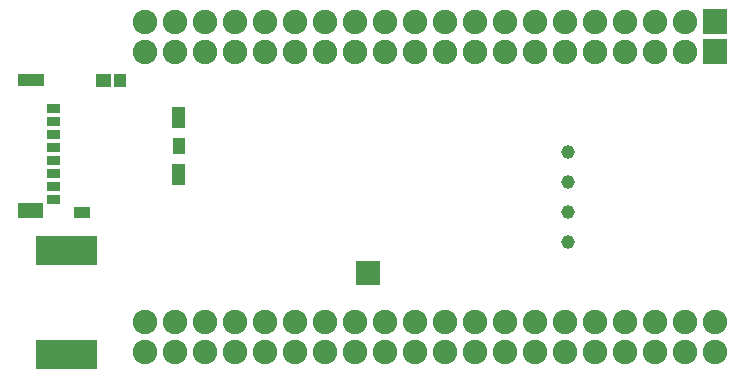
<source format=gbr>
G04 start of page 7 for group -4062 idx -4062 *
G04 Title: (unknown), soldermask *
G04 Creator: pcb 20140316 *
G04 CreationDate: mer. 15 juil. 2015 12:59:16 GMT UTC *
G04 For: clement *
G04 Format: Gerber/RS-274X *
G04 PCB-Dimensions (mil): 3023.62 1342.52 *
G04 PCB-Coordinate-Origin: lower left *
%MOIN*%
%FSLAX25Y25*%
%LNBOTTOMMASK*%
%ADD91R,0.0436X0.0436*%
%ADD90R,0.0404X0.0404*%
%ADD89R,0.0384X0.0384*%
%ADD88R,0.0443X0.0443*%
%ADD87R,0.0499X0.0499*%
%ADD86R,0.0306X0.0306*%
%ADD85R,0.0376X0.0376*%
%ADD84R,0.0981X0.0981*%
%ADD83C,0.0001*%
%ADD82C,0.0463*%
%ADD81C,0.0817*%
G54D81*X111575Y110630D03*
X101575D03*
X91575D03*
X81575D03*
X71575D03*
X61575D03*
X51575D03*
Y20630D03*
X61575D03*
X71575D03*
X81575D03*
X91575D03*
X101575D03*
X111575D03*
X121575D03*
X131575D03*
X141575D03*
X151575D03*
X161575D03*
X171575D03*
X181575D03*
X191575D03*
X201575D03*
X211575D03*
G54D82*X192677Y47244D03*
Y57244D03*
Y67244D03*
Y77244D03*
G54D81*X221575Y20630D03*
X231575D03*
X241575D03*
X131575Y120630D03*
X121575D03*
X111575D03*
X101575D03*
X91575D03*
X81575D03*
X71575D03*
X61575D03*
X51575D03*
Y10630D03*
X61575D03*
X71575D03*
X81575D03*
X91575D03*
X101575D03*
X111575D03*
X121575D03*
X131575D03*
X141575D03*
X151575D03*
X161575D03*
X171575D03*
X181575D03*
X191575D03*
X201575D03*
X211575D03*
X221575D03*
X231575D03*
X241575D03*
X161575Y110630D03*
X151575D03*
X141575D03*
X131575D03*
X121575D03*
X211575D03*
X201575D03*
X191575D03*
X181575D03*
G54D83*G36*
X237488Y114717D02*Y106543D01*
X245662D01*
Y114717D01*
X237488D01*
G37*
G54D81*X231575Y110630D03*
X221575D03*
G54D83*G36*
X237488Y124717D02*Y116543D01*
X245662D01*
Y124717D01*
X237488D01*
G37*
G54D81*X231575Y120630D03*
X221575D03*
X211575D03*
X201575D03*
X171575Y110630D03*
Y120630D03*
X191575D03*
X181575D03*
X161575D03*
X151575D03*
X141575D03*
G54D83*G36*
X121897Y40898D02*Y32724D01*
X130071D01*
Y40898D01*
X121897D01*
G37*
G54D84*X20344Y44222D02*X30837D01*
G54D85*X30000Y57047D02*X31457D01*
G54D86*X20630Y61417D02*X21614D01*
G54D84*X20344Y9715D02*X30837D01*
G54D87*X11713Y57657D02*X15020D01*
G54D86*X20630Y65748D02*X21614D01*
X20630Y78740D02*X21614D01*
X20630Y74409D02*X21614D01*
X20630Y70079D02*X21614D01*
X20630Y87402D02*X21614D01*
X20630Y83071D02*X21614D01*
X20630Y91732D02*X21614D01*
G54D88*X37461Y100886D02*X38051D01*
G54D89*X43307Y101181D02*Y100591D01*
G54D90*X11240Y101083D02*X16043D01*
G54D91*X62657Y89902D02*Y87264D01*
G54D85*X62953Y79764D02*Y78504D01*
G54D91*X62657Y71004D02*Y68366D01*
M02*

</source>
